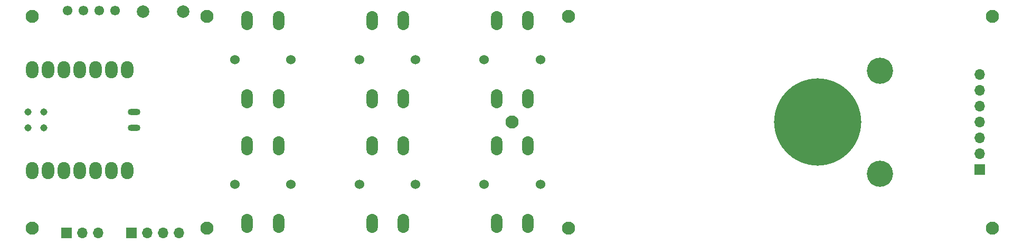
<source format=gbr>
%TF.GenerationSoftware,KiCad,Pcbnew,(6.0.1)*%
%TF.CreationDate,2023-01-09T23:16:33+09:00*%
%TF.ProjectId,yuiopPD,7975696f-7050-4442-9e6b-696361645f70,1*%
%TF.SameCoordinates,Original*%
%TF.FileFunction,Soldermask,Top*%
%TF.FilePolarity,Negative*%
%FSLAX46Y46*%
G04 Gerber Fmt 4.6, Leading zero omitted, Abs format (unit mm)*
G04 Created by KiCad (PCBNEW (6.0.1)) date 2023-01-09 23:16:33*
%MOMM*%
%LPD*%
G01*
G04 APERTURE LIST*
%ADD10C,2.100000*%
%ADD11C,1.524000*%
%ADD12O,1.850000X3.048000*%
%ADD13R,1.700000X1.700000*%
%ADD14O,1.700000X1.700000*%
%ADD15C,1.550000*%
%ADD16O,1.998980X2.748280*%
%ADD17O,2.032000X1.016000*%
%ADD18C,1.143000*%
%ADD19C,14.000000*%
%ADD20C,4.200000*%
%ADD21C,2.000000*%
G04 APERTURE END LIST*
D10*
%TO.C,H2*%
X101000000Y-83000000D03*
%TD*%
%TO.C,H7*%
X101000000Y-117000000D03*
%TD*%
D11*
%TO.C,SW5*%
X134500000Y-110000000D03*
X125500000Y-110000000D03*
D12*
X132500000Y-103750000D03*
X132500000Y-116250000D03*
X127500000Y-116250000D03*
X127500000Y-103750000D03*
%TD*%
D13*
%TO.C,J2*%
X88920000Y-117750000D03*
D14*
X91460000Y-117750000D03*
X94000000Y-117750000D03*
X96540000Y-117750000D03*
%TD*%
D11*
%TO.C,SW3*%
X145500000Y-90000000D03*
X154500000Y-90000000D03*
D12*
X152500000Y-96250000D03*
X152500000Y-83750000D03*
X147500000Y-83750000D03*
X147500000Y-96250000D03*
%TD*%
D15*
%TO.C,J4*%
X86310000Y-82100000D03*
X83770000Y-82100000D03*
X81230000Y-82100000D03*
X78690000Y-82100000D03*
%TD*%
D10*
%TO.C,H5*%
X150000000Y-100000000D03*
%TD*%
%TO.C,H4*%
X227000000Y-83000000D03*
%TD*%
D11*
%TO.C,SW4*%
X154500000Y-110000000D03*
X145500000Y-110000000D03*
D12*
X152500000Y-103750000D03*
X152500000Y-116250000D03*
X147500000Y-116250000D03*
X147500000Y-103750000D03*
%TD*%
D10*
%TO.C,H9*%
X227000000Y-117000000D03*
%TD*%
D16*
%TO.C,U1*%
X73000490Y-107781290D03*
X75540490Y-107781290D03*
X78080490Y-107781290D03*
X80620490Y-107781290D03*
X83160490Y-107781290D03*
X85700490Y-107781290D03*
X88240490Y-107781290D03*
X88240490Y-91616730D03*
X85700490Y-91616730D03*
X83160490Y-91616730D03*
X80620490Y-91616730D03*
X78080490Y-91616730D03*
X75540490Y-91616730D03*
X73000490Y-91616730D03*
D17*
X89318310Y-100914410D03*
X89318310Y-98364410D03*
D18*
X72314123Y-100915607D03*
X72314123Y-98375607D03*
X74854123Y-100915607D03*
X74854123Y-98375607D03*
%TD*%
D10*
%TO.C,H3*%
X159000000Y-83000000D03*
%TD*%
D11*
%TO.C,SW2*%
X134500000Y-90000000D03*
X125500000Y-90000000D03*
D12*
X132500000Y-83750000D03*
X132500000Y-96250000D03*
X127500000Y-96250000D03*
X127500000Y-83750000D03*
%TD*%
D10*
%TO.C,H6*%
X73000000Y-117000000D03*
%TD*%
D11*
%TO.C,SW1*%
X114500000Y-90000000D03*
X105500000Y-90000000D03*
D12*
X112500000Y-83750000D03*
X112500000Y-96250000D03*
X107500000Y-83750000D03*
X107500000Y-96250000D03*
%TD*%
D13*
%TO.C,J3*%
X78475000Y-117750000D03*
D14*
X81015000Y-117750000D03*
X83555000Y-117750000D03*
%TD*%
D19*
%TO.C,J1*%
X199000000Y-100000000D03*
D20*
X209000000Y-108250000D03*
X209000000Y-91750000D03*
D13*
X225000000Y-107620000D03*
D14*
X225000000Y-105080000D03*
X225000000Y-102540000D03*
X225000000Y-100000000D03*
X225000000Y-97460000D03*
X225000000Y-94920000D03*
X225000000Y-92380000D03*
%TD*%
D10*
%TO.C,H8*%
X159000000Y-117000000D03*
%TD*%
D21*
%TO.C,RST1*%
X90750000Y-82300000D03*
X97250000Y-82300000D03*
%TD*%
D11*
%TO.C,SW6*%
X105500000Y-110000000D03*
X114500000Y-110000000D03*
D12*
X112500000Y-116250000D03*
X112500000Y-103750000D03*
X107500000Y-103750000D03*
X107500000Y-116250000D03*
%TD*%
D10*
%TO.C,H1*%
X73000000Y-83000000D03*
%TD*%
M02*

</source>
